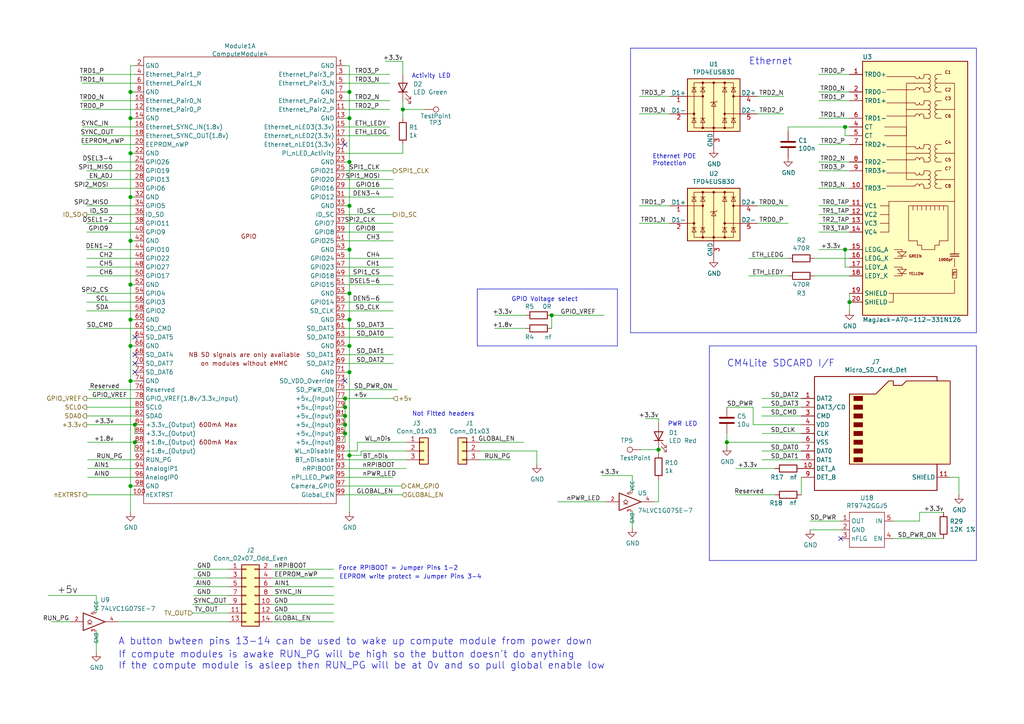
<source format=kicad_sch>
(kicad_sch (version 20210621) (generator eeschema)
  (paper "A4")
  (title_block (title "Astro Compute Module 4 - Eth,GPIO,SDCard") (date "2021-07-27") (rev "1") (company "Andrew Chittams") (comment 1 "https://github.com/chittams/AstroCM4") (comment 2 "www.raspberrypi.org"))
  (junction (at 37.846 26.67) (diameter 1.016))
  (junction (at 37.846 34.29) (diameter 1.016))
  (junction (at 37.846 44.45) (diameter 1.016))
  (junction (at 37.846 57.15) (diameter 1.016))
  (junction (at 37.846 69.85) (diameter 1.016))
  (junction (at 37.846 82.55) (diameter 1.016))
  (junction (at 37.846 92.71) (diameter 1.016))
  (junction (at 37.846 100.33) (diameter 1.016))
  (junction (at 37.846 110.49) (diameter 1.016))
  (junction (at 37.846 140.97) (diameter 1.016))
  (junction (at 39.116 123.19) (diameter 1.016))
  (junction (at 39.116 128.27) (diameter 1.016))
  (junction (at 100.076 115.57) (diameter 1.016))
  (junction (at 100.076 118.11) (diameter 1.016))
  (junction (at 100.076 120.65) (diameter 1.016))
  (junction (at 100.076 123.19) (diameter 1.016))
  (junction (at 100.076 125.73) (diameter 1.016))
  (junction (at 101.346 26.67) (diameter 1.016))
  (junction (at 101.346 34.29) (diameter 1.016))
  (junction (at 101.346 46.99) (diameter 1.016))
  (junction (at 101.346 59.69) (diameter 1.016))
  (junction (at 101.346 72.39) (diameter 1.016))
  (junction (at 101.346 85.09) (diameter 1.016))
  (junction (at 101.346 92.71) (diameter 1.016))
  (junction (at 101.346 100.33) (diameter 1.016))
  (junction (at 101.346 107.95) (diameter 1.016))
  (junction (at 101.346 132.08) (diameter 1.016))
  (junction (at 116.84 31.75) (diameter 1.016))
  (junction (at 160.02 91.44) (diameter 1.016))
  (junction (at 191.008 130.429) (diameter 1.016))
  (junction (at 210.82 128.27) (diameter 1.016))
  (junction (at 245.11 36.83) (diameter 1.016))
  (junction (at 245.11 72.39) (diameter 1.016))
  (junction (at 246.38 87.63) (diameter 1.016))
  (no_connect (at 39.116 97.79))
  (no_connect (at 39.116 102.87))
  (no_connect (at 39.116 105.41))
  (no_connect (at 39.116 107.95))
  (no_connect (at 100.076 41.91))
  (no_connect (at 100.076 110.49))
  (no_connect (at 243.84 156.21))
  (wire (pts (xy 13.97 172.72) (xy 27.94 172.72)))
  (wire (pts (xy 14.986 180.34) (xy 20.32 180.34)))
  (wire (pts (xy 23.876 21.59) (xy 39.116 21.59)))
  (wire (pts (xy 23.876 24.13) (xy 39.116 24.13)))
  (wire (pts (xy 23.876 29.21) (xy 39.116 29.21)))
  (wire (pts (xy 23.876 31.75) (xy 39.116 31.75)))
  (wire (pts (xy 23.876 36.83) (xy 39.116 36.83)))
  (wire (pts (xy 23.876 39.37) (xy 39.116 39.37)))
  (wire (pts (xy 23.876 41.91) (xy 39.116 41.91)))
  (wire (pts (xy 25.146 46.99) (xy 39.116 46.99)))
  (wire (pts (xy 25.146 49.53) (xy 39.116 49.53)))
  (wire (pts (xy 25.146 52.07) (xy 39.116 52.07)))
  (wire (pts (xy 25.146 54.61) (xy 39.116 54.61)))
  (wire (pts (xy 25.146 59.69) (xy 39.116 59.69)))
  (wire (pts (xy 25.146 62.23) (xy 39.116 62.23)))
  (wire (pts (xy 25.146 64.77) (xy 39.116 64.77)))
  (wire (pts (xy 25.146 67.31) (xy 39.116 67.31)))
  (wire (pts (xy 25.146 72.39) (xy 39.116 72.39)))
  (wire (pts (xy 25.146 74.93) (xy 39.116 74.93)))
  (wire (pts (xy 25.146 77.47) (xy 39.116 77.47)))
  (wire (pts (xy 25.146 80.01) (xy 39.116 80.01)))
  (wire (pts (xy 25.146 85.09) (xy 39.116 85.09)))
  (wire (pts (xy 25.146 87.63) (xy 39.116 87.63)))
  (wire (pts (xy 25.146 90.17) (xy 39.116 90.17)))
  (wire (pts (xy 25.146 95.25) (xy 39.116 95.25)))
  (wire (pts (xy 25.146 115.57) (xy 39.116 115.57)))
  (wire (pts (xy 25.146 118.11) (xy 39.116 118.11)))
  (wire (pts (xy 25.146 120.65) (xy 39.116 120.65)))
  (wire (pts (xy 25.146 123.19) (xy 39.116 123.19)))
  (wire (pts (xy 25.146 143.51) (xy 39.116 143.51)))
  (wire (pts (xy 25.4 128.27) (xy 39.116 128.27)))
  (wire (pts (xy 25.4 133.35) (xy 39.116 133.35)))
  (wire (pts (xy 25.4 135.89) (xy 39.116 135.89)))
  (wire (pts (xy 25.4 138.43) (xy 39.116 138.43)))
  (wire (pts (xy 25.6032 113.03) (xy 39.116 113.03)))
  (wire (pts (xy 27.94 172.72) (xy 27.94 177.8)))
  (wire (pts (xy 27.94 182.88) (xy 27.94 189.23)))
  (wire (pts (xy 34.29 180.34) (xy 66.294 180.34)))
  (wire (pts (xy 37.846 19.05) (xy 37.846 26.67)))
  (wire (pts (xy 37.846 26.67) (xy 37.846 34.29)))
  (wire (pts (xy 37.846 34.29) (xy 37.846 44.45)))
  (wire (pts (xy 37.846 44.45) (xy 37.846 57.15)))
  (wire (pts (xy 37.846 44.45) (xy 39.116 44.45)))
  (wire (pts (xy 37.846 57.15) (xy 37.846 69.85)))
  (wire (pts (xy 37.846 57.15) (xy 39.116 57.15)))
  (wire (pts (xy 37.846 69.85) (xy 37.846 82.55)))
  (wire (pts (xy 37.846 69.85) (xy 39.116 69.85)))
  (wire (pts (xy 37.846 82.55) (xy 37.846 92.71)))
  (wire (pts (xy 37.846 82.55) (xy 39.116 82.55)))
  (wire (pts (xy 37.846 92.71) (xy 37.846 100.33)))
  (wire (pts (xy 37.846 92.71) (xy 39.116 92.71)))
  (wire (pts (xy 37.846 100.33) (xy 37.846 110.49)))
  (wire (pts (xy 37.846 100.33) (xy 39.116 100.33)))
  (wire (pts (xy 37.846 110.49) (xy 37.846 140.97)))
  (wire (pts (xy 37.846 110.49) (xy 39.116 110.49)))
  (wire (pts (xy 37.846 140.97) (xy 37.846 148.59)))
  (wire (pts (xy 39.116 19.05) (xy 37.846 19.05)))
  (wire (pts (xy 39.116 26.67) (xy 37.846 26.67)))
  (wire (pts (xy 39.116 34.29) (xy 37.846 34.29)))
  (wire (pts (xy 39.116 125.73) (xy 39.116 123.19)))
  (wire (pts (xy 39.116 128.27) (xy 39.37 128.27)))
  (wire (pts (xy 39.116 130.81) (xy 39.116 128.27)))
  (wire (pts (xy 39.116 140.97) (xy 37.846 140.97)))
  (wire (pts (xy 55.88 175.26) (xy 66.294 175.26)))
  (wire (pts (xy 55.88 177.8) (xy 66.294 177.8)))
  (wire (pts (xy 56.134 165.1) (xy 66.294 165.1)))
  (wire (pts (xy 56.134 167.64) (xy 66.294 167.64)))
  (wire (pts (xy 56.134 170.18) (xy 66.294 170.18)))
  (wire (pts (xy 56.134 172.72) (xy 66.294 172.72)))
  (wire (pts (xy 78.994 165.1) (xy 96.774 165.1)))
  (wire (pts (xy 78.994 167.64) (xy 96.774 167.64)))
  (wire (pts (xy 78.994 170.18) (xy 96.774 170.18)))
  (wire (pts (xy 78.994 172.72) (xy 96.774 172.72)))
  (wire (pts (xy 78.994 175.26) (xy 96.774 175.26)))
  (wire (pts (xy 78.994 177.8) (xy 96.774 177.8)))
  (wire (pts (xy 78.994 180.34) (xy 96.774 180.34)))
  (wire (pts (xy 100.076 19.05) (xy 101.346 19.05)))
  (wire (pts (xy 100.076 21.59) (xy 113.03 21.59)))
  (wire (pts (xy 100.076 24.13) (xy 113.03 24.13)))
  (wire (pts (xy 100.076 26.67) (xy 101.346 26.67)))
  (wire (pts (xy 100.076 29.21) (xy 113.03 29.21)))
  (wire (pts (xy 100.076 31.75) (xy 113.03 31.75)))
  (wire (pts (xy 100.076 34.29) (xy 101.346 34.29)))
  (wire (pts (xy 100.076 36.83) (xy 113.03 36.83)))
  (wire (pts (xy 100.076 39.37) (xy 113.03 39.37)))
  (wire (pts (xy 100.076 44.45) (xy 116.84 44.45)))
  (wire (pts (xy 100.076 46.99) (xy 101.346 46.99)))
  (wire (pts (xy 100.076 49.53) (xy 114.046 49.53)))
  (wire (pts (xy 100.076 52.07) (xy 114.046 52.07)))
  (wire (pts (xy 100.076 54.61) (xy 114.046 54.61)))
  (wire (pts (xy 100.076 57.15) (xy 114.046 57.15)))
  (wire (pts (xy 100.076 59.69) (xy 101.346 59.69)))
  (wire (pts (xy 100.076 62.23) (xy 114.046 62.23)))
  (wire (pts (xy 100.076 64.77) (xy 114.046 64.77)))
  (wire (pts (xy 100.076 67.31) (xy 114.046 67.31)))
  (wire (pts (xy 100.076 69.85) (xy 114.046 69.85)))
  (wire (pts (xy 100.076 72.39) (xy 101.346 72.39)))
  (wire (pts (xy 100.076 74.93) (xy 114.046 74.93)))
  (wire (pts (xy 100.076 77.47) (xy 114.046 77.47)))
  (wire (pts (xy 100.076 80.01) (xy 114.046 80.01)))
  (wire (pts (xy 100.076 82.55) (xy 114.046 82.55)))
  (wire (pts (xy 100.076 85.09) (xy 101.346 85.09)))
  (wire (pts (xy 100.076 87.63) (xy 114.046 87.63)))
  (wire (pts (xy 100.076 92.71) (xy 101.346 92.71)))
  (wire (pts (xy 100.076 97.79) (xy 114.046 97.79)))
  (wire (pts (xy 100.076 100.33) (xy 101.346 100.33)))
  (wire (pts (xy 100.076 105.41) (xy 114.046 105.41)))
  (wire (pts (xy 100.076 107.95) (xy 101.346 107.95)))
  (wire (pts (xy 100.076 113.03) (xy 115.316 113.03)))
  (wire (pts (xy 100.076 115.57) (xy 100.076 118.11)))
  (wire (pts (xy 100.076 115.57) (xy 114.046 115.57)))
  (wire (pts (xy 100.076 118.11) (xy 100.076 120.65)))
  (wire (pts (xy 100.076 120.65) (xy 100.076 123.19)))
  (wire (pts (xy 100.076 123.19) (xy 100.076 125.73)))
  (wire (pts (xy 100.076 125.73) (xy 100.076 128.27)))
  (wire (pts (xy 100.076 130.81) (xy 103.632 130.81)))
  (wire (pts (xy 100.076 133.35) (xy 117.856 133.35)))
  (wire (pts (xy 100.076 135.89) (xy 117.856 135.89)))
  (wire (pts (xy 100.076 138.43) (xy 114.046 138.43)))
  (wire (pts (xy 100.076 140.97) (xy 116.586 140.97)))
  (wire (pts (xy 100.076 143.51) (xy 116.586 143.51)))
  (wire (pts (xy 101.346 19.05) (xy 101.346 26.67)))
  (wire (pts (xy 101.346 26.67) (xy 101.346 34.29)))
  (wire (pts (xy 101.346 34.29) (xy 101.346 46.99)))
  (wire (pts (xy 101.346 46.99) (xy 101.346 59.69)))
  (wire (pts (xy 101.346 59.69) (xy 101.346 72.39)))
  (wire (pts (xy 101.346 72.39) (xy 101.346 85.09)))
  (wire (pts (xy 101.346 85.09) (xy 101.346 92.71)))
  (wire (pts (xy 101.346 92.71) (xy 101.346 100.33)))
  (wire (pts (xy 101.346 100.33) (xy 101.346 107.95)))
  (wire (pts (xy 101.346 107.95) (xy 101.346 132.08)))
  (wire (pts (xy 101.346 132.08) (xy 101.346 148.59)))
  (wire (pts (xy 101.346 132.08) (xy 104.7242 132.08)))
  (wire (pts (xy 103.632 128.27) (xy 117.856 128.27)))
  (wire (pts (xy 103.632 130.81) (xy 103.632 128.27)))
  (wire (pts (xy 104.7242 130.81) (xy 117.856 130.81)))
  (wire (pts (xy 104.7242 132.08) (xy 104.7242 130.81)))
  (wire (pts (xy 111.76 17.78) (xy 116.84 17.78)))
  (wire (pts (xy 114.046 90.17) (xy 100.076 90.17)))
  (wire (pts (xy 114.046 95.25) (xy 100.076 95.25)))
  (wire (pts (xy 114.046 102.87) (xy 100.076 102.87)))
  (wire (pts (xy 116.84 21.59) (xy 116.84 17.78)))
  (wire (pts (xy 116.84 31.75) (xy 116.84 29.21)))
  (wire (pts (xy 116.84 34.29) (xy 116.84 31.75)))
  (wire (pts (xy 116.84 44.45) (xy 116.84 41.91)))
  (wire (pts (xy 123.19 31.75) (xy 116.84 31.75)))
  (wire (pts (xy 139.192 128.27) (xy 151.892 128.27)))
  (wire (pts (xy 139.192 130.81) (xy 155.702 130.81)))
  (wire (pts (xy 139.192 133.35) (xy 148.082 133.35)))
  (wire (pts (xy 143.51 91.44) (xy 152.4 91.44)))
  (wire (pts (xy 143.51 95.25) (xy 152.4 95.25)))
  (wire (pts (xy 155.702 130.81) (xy 155.702 134.62)))
  (wire (pts (xy 160.02 91.44) (xy 160.02 95.25)))
  (wire (pts (xy 160.02 91.44) (xy 175.26 91.44)))
  (wire (pts (xy 161.798 145.542) (xy 175.768 145.542)))
  (wire (pts (xy 183.388 137.922) (xy 174.498 137.922)))
  (wire (pts (xy 183.388 143.002) (xy 183.388 137.922)))
  (wire (pts (xy 183.388 148.082) (xy 183.388 153.162)))
  (wire (pts (xy 185.42 27.94) (xy 194.31 27.94)))
  (wire (pts (xy 185.42 33.02) (xy 194.31 33.02)))
  (wire (pts (xy 185.42 59.69) (xy 194.31 59.69)))
  (wire (pts (xy 186.0042 130.429) (xy 191.008 130.429)))
  (wire (pts (xy 191.008 121.412) (xy 187.198 121.412)))
  (wire (pts (xy 191.008 122.682) (xy 191.008 121.412)))
  (wire (pts (xy 191.008 130.302) (xy 191.008 130.429)))
  (wire (pts (xy 191.008 130.429) (xy 191.008 131.572)))
  (wire (pts (xy 191.008 139.192) (xy 191.008 145.542)))
  (wire (pts (xy 191.008 145.542) (xy 189.738 145.542)))
  (wire (pts (xy 194.31 64.77) (xy 185.42 64.77)))
  (wire (pts (xy 210.82 118.11) (xy 218.44 118.11)))
  (wire (pts (xy 210.82 125.73) (xy 210.82 128.27)))
  (wire (pts (xy 210.82 128.27) (xy 210.82 129.54)))
  (wire (pts (xy 210.82 128.27) (xy 232.41 128.27)))
  (wire (pts (xy 213.36 135.89) (xy 224.79 135.89)))
  (wire (pts (xy 213.36 143.51) (xy 224.79 143.51)))
  (wire (pts (xy 217.17 74.93) (xy 228.6 74.93)))
  (wire (pts (xy 217.17 80.01) (xy 228.6 80.01)))
  (wire (pts (xy 218.44 123.19) (xy 218.44 118.11)))
  (wire (pts (xy 219.71 27.94) (xy 227.33 27.94)))
  (wire (pts (xy 219.71 33.02) (xy 227.33 33.02)))
  (wire (pts (xy 219.71 59.69) (xy 228.6 59.69)))
  (wire (pts (xy 219.71 64.77) (xy 228.6 64.77)))
  (wire (pts (xy 220.98 115.57) (xy 232.41 115.57)))
  (wire (pts (xy 220.98 120.65) (xy 232.41 120.65)))
  (wire (pts (xy 220.98 130.81) (xy 232.41 130.81)))
  (wire (pts (xy 228.6 36.83) (xy 245.11 36.83)))
  (wire (pts (xy 228.6 38.1) (xy 228.6 36.83)))
  (wire (pts (xy 232.41 118.11) (xy 220.98 118.11)))
  (wire (pts (xy 232.41 123.19) (xy 218.44 123.19)))
  (wire (pts (xy 232.41 125.73) (xy 220.98 125.73)))
  (wire (pts (xy 232.41 133.35) (xy 220.98 133.35)))
  (wire (pts (xy 232.41 138.43) (xy 232.41 143.51)))
  (wire (pts (xy 236.22 74.93) (xy 246.38 74.93)))
  (wire (pts (xy 236.22 80.01) (xy 246.38 80.01)))
  (wire (pts (xy 237.49 21.59) (xy 246.38 21.59)))
  (wire (pts (xy 237.49 26.67) (xy 246.38 26.67)))
  (wire (pts (xy 237.49 29.21) (xy 246.38 29.21)))
  (wire (pts (xy 237.49 34.29) (xy 246.38 34.29)))
  (wire (pts (xy 237.49 41.91) (xy 246.38 41.91)))
  (wire (pts (xy 237.49 46.99) (xy 246.38 46.99)))
  (wire (pts (xy 237.49 49.53) (xy 246.38 49.53)))
  (wire (pts (xy 237.49 54.61) (xy 246.38 54.61)))
  (wire (pts (xy 237.49 59.69) (xy 246.38 59.69)))
  (wire (pts (xy 237.49 62.23) (xy 246.38 62.23)))
  (wire (pts (xy 237.49 64.77) (xy 246.38 64.77)))
  (wire (pts (xy 237.49 67.31) (xy 246.38 67.31)))
  (wire (pts (xy 237.49 72.39) (xy 245.11 72.39)))
  (wire (pts (xy 243.84 151.13) (xy 234.95 151.13)))
  (wire (pts (xy 243.84 153.67) (xy 234.95 153.67)))
  (wire (pts (xy 245.11 39.37) (xy 245.11 36.83)))
  (wire (pts (xy 245.11 72.39) (xy 246.38 72.39)))
  (wire (pts (xy 245.11 77.47) (xy 245.11 72.39)))
  (wire (pts (xy 246.38 36.83) (xy 245.11 36.83)))
  (wire (pts (xy 246.38 39.37) (xy 245.11 39.37)))
  (wire (pts (xy 246.38 77.47) (xy 245.11 77.47)))
  (wire (pts (xy 246.38 85.09) (xy 246.38 87.63)))
  (wire (pts (xy 246.38 87.63) (xy 246.38 90.17)))
  (wire (pts (xy 259.08 151.13) (xy 266.7 151.13)))
  (wire (pts (xy 259.08 156.21) (xy 273.685 156.21)))
  (wire (pts (xy 266.7 148.59) (xy 266.7 151.13)))
  (wire (pts (xy 273.685 148.59) (xy 266.7 148.59)))
  (wire (pts (xy 275.59 138.43) (xy 278.13 138.43)))
  (wire (pts (xy 278.13 138.43) (xy 278.13 143.51)))
  (polyline (pts (xy 138.43 100.33) (xy 138.43 83.82)) (stroke (width 0) (type solid)))
  (polyline (pts (xy 138.43 100.33) (xy 139.7 100.33)) (stroke (width 0) (type solid)))
  (polyline (pts (xy 139.7 83.82) (xy 138.43 83.82)) (stroke (width 0) (type solid)))
  (polyline (pts (xy 139.7 83.82) (xy 179.07 83.82)) (stroke (width 0) (type solid)))
  (polyline (pts (xy 179.07 83.82) (xy 179.07 100.33)) (stroke (width 0) (type solid)))
  (polyline (pts (xy 179.07 100.33) (xy 139.7 100.33)) (stroke (width 0) (type solid)))
  (polyline (pts (xy 182.88 13.97) (xy 283.21 13.97)) (stroke (width 0) (type solid)))
  (polyline (pts (xy 182.88 96.52) (xy 182.88 13.97)) (stroke (width 0) (type solid)))
  (polyline (pts (xy 205.74 100.33) (xy 283.21 100.33)) (stroke (width 0) (type solid)))
  (polyline (pts (xy 205.74 162.56) (xy 205.74 100.33)) (stroke (width 0) (type solid)))
  (polyline (pts (xy 283.21 13.97) (xy 283.21 96.52)) (stroke (width 0) (type solid)))
  (polyline (pts (xy 283.21 96.52) (xy 182.88 96.52)) (stroke (width 0) (type solid)))
  (polyline (pts (xy 283.21 100.33) (xy 283.21 162.56)) (stroke (width 0) (type solid)))
  (polyline (pts (xy 283.21 162.56) (xy 205.74 162.56)) (stroke (width 0) (type solid)))
  (text "A button bwteen pins 13-14 can be used to wake up compute module from power down\n\n" (at 34.29 190.5 0) (effects (font (size 2.007 2.007)) (justify left bottom)))
  (text "If compute modules is awake RUN_PG will be high so the button doesn't do anything\nIf the compute module is asleep then RUN_PG will be at 0v and so pull global enable low" (at 34.29 194.31 0) (effects (font (size 2.007 2.007)) (justify left bottom)))
  (text "Activity LED" (at 119.38 22.86 0) (effects (font (size 1.27 1.27)) (justify left bottom)))
  (text "Force RPIBOOT = Jumper Pins 1-2 \n" (at 133.858 165.608 180) (effects (font (size 1.27 1.27)) (justify right bottom)))
  (text "Not Fitted headers" (at 137.668 120.904 180) (effects (font (size 1.27 1.27)) (justify right bottom)))
  (text "EEPROM write protect = Jumper Pins 3-4\n\n" (at 139.7 170.18 180) (effects (font (size 1.27 1.27)) (justify right bottom)))
  (text "GPIO Voltage select\n" (at 167.64 87.63 180) (effects (font (size 1.27 1.27)) (justify right bottom)))
  (text "Ethernet POE\nProtection" (at 189.23 48.26 0) (effects (font (size 1.27 1.27)) (justify left bottom)))
  (text "PWR LED" (at 193.675 123.825 0) (effects (font (size 1.27 1.27)) (justify left bottom)))
  (text "CM4Lite SDCARD I/F" (at 210.82 106.68 0) (effects (font (size 2.007 2.007)) (justify left bottom)))
  (text "Ethernet" (at 217.17 19.05 0) (effects (font (size 2.0066 2.0066)) (justify left bottom)))
  (label "+5v" (at 16.51 172.72 0) (effects (font (size 2.0066 2.0066))))
  (label "RUN_PG" (at 20.066 180.34 180))
  (label "GPIO_VREF" (at 26.67 115.57 0))
  (label "TRD1_P" (at 30.226 21.59 180))
  (label "TRD1_N" (at 30.226 24.13 180))
  (label "TRD0_N" (at 30.226 29.21 180))
  (label "TRD0_P" (at 30.226 31.75 180))
  (label "SYNC_IN" (at 31.496 36.83 180))
  (label "SPI2_MOSI" (at 31.496 54.61 180))
  (label "SPI2_MISO" (at 31.496 59.69 180))
  (label "ID_SD" (at 31.496 62.23 180))
  (label "GPIO9" (at 31.496 67.31 180))
  (label "SPI2_CS" (at 31.496 85.09 180))
  (label "SCL" (at 31.496 87.63 180))
  (label "SDA" (at 31.496 90.17 180))
  (label "AIN1" (at 31.75 135.89 180))
  (label "AIN0" (at 31.75 138.43 180))
  (label "DSEL3-4" (at 32.766 46.99 180))
  (label "SPI1_MISO" (at 32.766 49.53 180))
  (label "EN_ADJ" (at 32.766 52.07 180))
  (label "DSEL1-2" (at 32.766 64.77 180))
  (label "DEN1-2" (at 32.766 72.39 180))
  (label "CH2" (at 32.766 74.93 180))
  (label "CH5" (at 32.766 77.47 180))
  (label "CH6" (at 32.766 80.01 180))
  (label "SD_CMD" (at 32.766 95.25 180))
  (label "SYNC_OUT" (at 33.02 39.37 180))
  (label "+3.3v" (at 33.02 123.19 180))
  (label "+1.8v" (at 33.02 128.27 180))
  (label "Reserved" (at 34.671 113.03 180))
  (label "RUN_PG" (at 35.56 133.35 180))
  (label "EEPROM_nWP" (at 36.068 41.91 180))
  (label "GND" (at 61.214 165.1 180))
  (label "GND" (at 61.214 167.64 180))
  (label "AIN0" (at 61.214 170.18 180))
  (label "GND" (at 61.214 172.72 180))
  (label "TV_OUT" (at 63.246 177.8 180))
  (label "SYNC_OUT" (at 65.786 175.26 180))
  (label "GND" (at 83.566 175.26 180))
  (label "GND" (at 83.566 177.8 180))
  (label "AIN1" (at 84.074 170.18 180))
  (label "SYNC_IN" (at 87.63 172.72 180))
  (label "nRPIBOOT" (at 88.9 165.1 180))
  (label "GLOBAL_EN" (at 90.17 180.34 180))
  (label "EEPROM_nWP" (at 92.202 167.64 180))
  (label "SD_PWR_ON" (at 102.616 113.03 0))
  (label "TRD3_P" (at 102.87 21.59 0))
  (label "TRD3_N" (at 102.87 24.13 0))
  (label "TRD2_N" (at 102.87 29.21 0))
  (label "TRD2_P" (at 102.87 31.75 0))
  (label "ETH_LEDY" (at 102.87 36.83 0))
  (label "ETH_LEDG" (at 102.87 39.37 0))
  (label "nPWR_LED" (at 105.156 138.43 0))
  (label "+5v" (at 106.426 115.57 180))
  (label "ID_SC" (at 108.966 62.23 180))
  (label "SPI2_CLK" (at 108.966 64.77 180))
  (label "GPIO8" (at 108.966 67.31 180))
  (label "SPI1_CLK" (at 110.236 49.53 180))
  (label "SPI1_MOSI" (at 110.236 52.07 180))
  (label "GPIO16" (at 110.236 54.61 180))
  (label "DEN3-4" (at 110.236 57.15 180))
  (label "CH3" (at 110.236 69.85 180))
  (label "CH4" (at 110.236 74.93 180))
  (label "CH1" (at 110.236 77.47 180))
  (label "SPI1_CS" (at 110.236 80.01 180))
  (label "DSEL5-6" (at 110.236 82.55 180))
  (label "DEN5-6" (at 110.236 87.63 180))
  (label "SD_CLK" (at 110.236 90.17 180))
  (label "SD_DAT3" (at 111.506 95.25 180))
  (label "SD_DAT0" (at 111.506 97.79 180))
  (label "SD_DAT1" (at 111.506 102.87 180))
  (label "SD_DAT2" (at 111.506 105.41 180))
  (label "BT_nDis" (at 112.6236 133.35 180))
  (label "WL_nDis" (at 113.411 128.27 180))
  (label "GLOBAL_EN" (at 114.046 143.51 180))
  (label "nRPIBOOT" (at 114.5032 135.89 180))
  (label "+3.3v" (at 116.84 17.78 180))
  (label "RUN_PG" (at 148.082 133.35 180))
  (label "+3.3v" (at 148.59 91.44 180))
  (label "+1.8v" (at 148.59 95.25 180))
  (label "GLOBAL_EN" (at 149.352 128.27 180))
  (label "GPIO_VREF" (at 162.56 91.44 0))
  (label "nPWR_LED" (at 164.338 145.542 0))
  (label "+3.3v" (at 179.578 137.922 180))
  (label "+3.3v" (at 191.008 121.412 180))
  (label "TRD3_P" (at 193.04 27.94 180))
  (label "TRD3_N" (at 193.04 33.02 180))
  (label "TRD1_P" (at 193.04 59.69 180))
  (label "TRD1_N" (at 193.04 64.77 180))
  (label "SD_PWR" (at 210.82 118.11 0))
  (label "+3.3v" (at 219.71 135.89 180))
  (label "Reserved" (at 221.615 143.51 180))
  (label "SD_DAT2" (at 223.52 115.57 0))
  (label "SD_DAT3" (at 223.52 118.11 0))
  (label "SD_CMD" (at 223.52 120.65 0))
  (label "SD_CLK" (at 223.52 125.73 0))
  (label "SD_DAT0" (at 223.52 130.81 0))
  (label "SD_DAT1" (at 223.52 133.35 0))
  (label "TRD2_N" (at 227.33 27.94 180))
  (label "TRD2_P" (at 227.33 33.02 180))
  (label "TRD0_N" (at 227.33 59.69 180))
  (label "TRD0_P" (at 227.33 64.77 180))
  (label "ETH_LEDG" (at 227.33 74.93 180))
  (label "ETH_LEDY" (at 227.33 80.01 180))
  (label "SD_PWR" (at 234.95 151.13 0))
  (label "+3.3v" (at 243.84 72.39 180))
  (label "TRD0_P" (at 245.11 21.59 180))
  (label "TRD0_N" (at 245.11 26.67 180))
  (label "TRD1_P" (at 245.11 29.21 180))
  (label "TRD1_N" (at 245.11 34.29 180))
  (label "TRD2_P" (at 245.11 41.91 180))
  (label "TRD2_N" (at 245.11 46.99 180))
  (label "TRD3_P" (at 245.11 49.53 180))
  (label "TRD3_N" (at 245.11 54.61 180))
  (label "TR0_TAP" (at 246.38 59.69 180))
  (label "TR1_TAP" (at 246.38 62.23 180))
  (label "TR2_TAP" (at 246.38 64.77 180))
  (label "TR3_TAP" (at 246.38 67.31 180))
  (label "SD_PWR_ON" (at 260.35 156.21 0))
  (label "+3.3v" (at 273.685 148.59 180))
  (hierarchical_label "ID_SD" (shape output) (at 25.146 62.23 180))
  (hierarchical_label "GPIO_VREF" (shape output) (at 25.146 115.57 180))
  (hierarchical_label "SCL0" (shape output) (at 25.146 118.11 180))
  (hierarchical_label "SDA0" (shape output) (at 25.146 120.65 180))
  (hierarchical_label "+3.3v" (shape output) (at 25.146 123.19 180))
  (hierarchical_label "nEXTRST" (shape output) (at 25.146 143.51 180))
  (hierarchical_label "TV_OUT" (shape input) (at 55.88 177.8 180))
  (hierarchical_label "SPI1_CLK" (shape output) (at 114.046 49.53 0))
  (hierarchical_label "ID_SC" (shape output) (at 114.046 62.23 0))
  (hierarchical_label "+5v" (shape input) (at 114.046 115.57 0))
  (hierarchical_label "CAM_GPIO" (shape output) (at 116.586 140.97 0))
  (hierarchical_label "GLOBAL_EN" (shape input) (at 116.586 143.51 0))
  (symbol (lib_id "Connector:TestPoint") (at 123.19 31.75 270) (unit 1)
    (property "Reference" "TP3" (at 124.46 35.56 90) (effects (justify left)))
    (property "Value" "TestPoint" (at 121.92 33.655 90) (effects (justify left)))
    (property "Footprint" "TestPoint:TestPoint_Pad_2.0x2.0mm" (effects hide))
    (property "Field4" "nf" (effects hide))
    (property "Field5" "nf" (effects hide))
    (property "Field6" "nf" (effects hide))
    (property "Field7" "nf" (effects hide))
  )
  (symbol (lib_id "Connector:TestPoint") (at 186.0042 130.429 90) (unit 1)
    (property "Reference" "TP5" (at 183.642 127.762 90) (effects (justify left)))
    (property "Value" "TestPoint" (at 188.722 132.842 90) (effects (justify left)))
    (property "Footprint" "TestPoint:TestPoint_Pad_2.0x2.0mm" (effects hide))
    (property "Field4" "nf" (effects hide))
    (property "Field5" "nf" (effects hide))
    (property "Field6" "nf" (effects hide))
    (property "Field7" "nf" (effects hide))
  )
  (symbol (lib_id "power:GND") (at 27.94 189.23 0) (unit 1)
    (property "Reference" "#PWR027" (effects hide))
    (property "Value" "GND" (at 28.067 193.6242 0))
  )
  (symbol (lib_id "power:GND") (at 37.846 148.59 0) (unit 1)
    (property "Reference" "#PWR0104" (effects hide))
    (property "Value" "GND" (at 37.973 152.9842 0))
  )
  (symbol (lib_id "power:GND") (at 101.346 148.59 0) (unit 1)
    (property "Reference" "#PWR0105" (effects hide))
    (property "Value" "GND" (at 101.473 152.9842 0))
  )
  (symbol (lib_id "power:GND") (at 155.702 134.62 0) (unit 1)
    (property "Reference" "#PWR0106" (effects hide))
    (property "Value" "GND" (at 155.829 139.0142 0))
  )
  (symbol (lib_id "power:GND") (at 183.388 153.162 0) (unit 1)
    (property "Reference" "#PWR05" (effects hide))
    (property "Value" "GND" (at 183.515 157.5562 0))
  )
  (symbol (lib_id "power:GND") (at 207.01 43.18 0) (unit 1)
    (property "Reference" "#PWR0111" (effects hide))
    (property "Value" "GND" (at 207.137 47.5742 0))
  )
  (symbol (lib_id "power:GND") (at 207.01 74.93 0) (unit 1)
    (property "Reference" "#PWR0110" (effects hide))
    (property "Value" "GND" (at 207.137 79.3242 0))
  )
  (symbol (lib_id "power:GND") (at 210.82 129.54 0) (unit 1)
    (property "Reference" "#PWR0107" (effects hide))
    (property "Value" "GND" (at 210.947 133.9342 0))
  )
  (symbol (lib_id "power:GND") (at 228.6 45.72 0) (unit 1)
    (property "Reference" "#PWR0101" (effects hide))
    (property "Value" "GND" (at 228.727 50.1142 0))
  )
  (symbol (lib_id "power:GND") (at 234.95 153.67 0) (unit 1)
    (property "Reference" "#PWR0113" (effects hide))
    (property "Value" "GND" (at 235.077 158.0642 0))
  )
  (symbol (lib_id "power:GND") (at 246.38 90.17 0) (unit 1)
    (property "Reference" "#PWR0109" (effects hide))
    (property "Value" "GND" (at 246.507 94.5642 0))
  )
  (symbol (lib_id "power:GND") (at 278.13 143.51 0) (unit 1)
    (property "Reference" "#PWR0108" (effects hide))
    (property "Value" "GND" (at 278.257 147.9042 0))
  )
  (symbol (lib_id "Device:R") (at 116.84 38.1 0) (unit 1)
    (property "Reference" "R1" (at 118.618 36.9316 0) (effects (justify left)))
    (property "Value" "1k" (at 118.618 39.243 0) (effects (justify left)))
    (property "Footprint" "Resistor_SMD:R_0402_1005Metric" (effects hide))
    (property "Datasheet" "https://fscdn.rohm.com/en/products/databook/datasheet/passive/resistor/chip_resistor/mcr-e.pdf" (effects hide))
    (property "Field4" "Farnell" (effects hide))
    (property "Field5" "9239235" (effects hide))
    (property "Field7" "KOA EUROPE GMBH" (effects hide))
    (property "Field6" "RK73H1ETTP1001F" (effects hide))
    (property "Part Description" "Resistor 1K M1005 1% 63mW" (effects hide))
    (property "Field8" "125049511" (effects hide))
  )
  (symbol (lib_id "Device:R") (at 156.21 91.44 90) (unit 1)
    (property "Reference" "R5" (at 154.94 88.9 90) (effects (justify left)))
    (property "Value" "0R" (at 160.02 88.9 90) (effects (justify left)))
    (property "Footprint" "Resistor_SMD:R_0805_2012Metric_Pad1.15x1.40mm_HandSolder" (effects hide))
    (property "Datasheet" "https://fscdn.rohm.com/en/products/databook/datasheet/passive/resistor/chip_resistor/mcr-e.pdf" (effects hide))
    (property "Field4" "Farnell" (effects hide))
    (property "Field5" "9233750" (effects hide))
    (property "Field7" "Rohm" (effects hide))
    (property "Field6" "MCR10EZPJ000" (effects hide))
    (property "Part Description" "Resistor 0R M2012 5% " (effects hide))
    (property "Field8" "121629591" (effects hide))
  )
  (symbol (lib_id "Device:R") (at 156.21 95.25 90) (unit 1)
    (property "Reference" "R4" (at 154.94 97.79 90) (effects (justify left)))
    (property "Value" "nf" (at 160.02 97.79 90) (effects (justify left)))
    (property "Footprint" "Resistor_SMD:R_0805_2012Metric_Pad1.15x1.40mm_HandSolder" (effects hide))
    (property "Datasheet" "https://fscdn.rohm.com/en/products/databook/datasheet/passive/resistor/chip_resistor/mcr-e.pdf" (effects hide))
    (property "Field4" "nf" (effects hide))
    (property "Field5" "nf" (effects hide))
    (property "Field6" "nf" (effects hide))
  )
  (symbol (lib_id "Device:R") (at 191.008 135.382 0) (unit 1)
    (property "Reference" "R10" (at 192.786 134.2136 0) (effects (justify left)))
    (property "Value" "1k" (at 192.786 136.525 0) (effects (justify left)))
    (property "Footprint" "Resistor_SMD:R_0402_1005Metric" (effects hide))
    (property "Datasheet" "https://fscdn.rohm.com/en/products/databook/datasheet/passive/resistor/chip_resistor/mcr-e.pdf" (effects hide))
    (property "Field4" "Farnell" (effects hide))
    (property "Field5" "9239235" (effects hide))
    (property "Field7" "KOA EUROPE GMBH" (effects hide))
    (property "Field6" "RK73H1ETTP1001F" (effects hide))
    (property "Part Description" "Resistor 1K M1005 1% 63mW" (effects hide))
    (property "Field8" "125049511" (effects hide))
  )
  (symbol (lib_id "Device:R") (at 228.6 135.89 90) (unit 1)
    (property "Reference" "R17" (at 227.33 138.43 90) (effects (justify left)))
    (property "Value" "nf" (at 231.14 138.43 90) (effects (justify left)))
    (property "Footprint" "Resistor_SMD:R_0402_1005Metric" (effects hide))
    (property "Datasheet" "https://fscdn.rohm.com/en/products/databook/datasheet/passive/resistor/chip_resistor/mcr-e.pdf" (effects hide))
    (property "Field4" "Farnell" (effects hide))
    (property "Field5" "9239235" (effects hide))
    (property "Field7" "KOA EUROPE GMBH" (effects hide))
    (property "Field6" "RK73H1ETTP1001F" (effects hide))
    (property "Part Description" "Resistor 1K M1005 1% 63mW" (effects hide))
    (property "Field8" "125049511" (effects hide))
  )
  (symbol (lib_id "Device:R") (at 228.6 143.51 90) (unit 1)
    (property "Reference" "R18" (at 227.0506 145.8976 90) (effects (justify left)))
    (property "Value" "nf" (at 231.0638 145.8468 90) (effects (justify left)))
    (property "Footprint" "Resistor_SMD:R_0402_1005Metric" (effects hide))
    (property "Datasheet" "https://fscdn.rohm.com/en/products/databook/datasheet/passive/resistor/chip_resistor/mcr-e.pdf" (effects hide))
    (property "Field4" "Farnell" (effects hide))
    (property "Field5" "9239235" (effects hide))
    (property "Field7" "KOA EUROPE GMBH" (effects hide))
    (property "Field6" "RK73H1ETTP1001F" (effects hide))
    (property "Part Description" "Resistor 1K M1005 1% 63mW" (effects hide))
    (property "Field8" "125049511" (effects hide))
  )
  (symbol (lib_id "Device:R") (at 232.41 74.93 270) (unit 1)
    (property "Reference" "R2" (at 232.41 69.6722 90))
    (property "Value" "470R" (at 232.41 71.9836 90))
    (property "Footprint" "Resistor_SMD:R_0402_1005Metric" (effects hide))
    (property "Datasheet" "https://fscdn.rohm.com/en/products/databook/datasheet/passive/resistor/chip_resistor/mcr-e.pdf" (effects hide))
    (property "Field4" "Farnell" (effects hide))
    (property "Field5" "9239197" (effects hide))
    (property "Field7" "KOA EUROPE GMBH" (effects hide))
    (property "Field6" "RK73G1ETQTP4700D         " (effects hide))
    (property "Field8" "120887981" (effects hide))
    (property "Part Description" "Resistor 470R M1005 1% 63mW" (effects hide))
  )
  (symbol (lib_id "Device:R") (at 232.41 80.01 270) (unit 1)
    (property "Reference" "R3" (at 232.41 85.09 90))
    (property "Value" "470R" (at 232.41 82.55 90))
    (property "Footprint" "Resistor_SMD:R_0402_1005Metric" (effects hide))
    (property "Datasheet" "https://fscdn.rohm.com/en/products/databook/datasheet/passive/resistor/chip_resistor/mcr-e.pdf" (effects hide))
    (property "Field4" "Farnell" (effects hide))
    (property "Field5" "9239197" (effects hide))
    (property "Field7" "KOA EUROPE GMBH" (effects hide))
    (property "Field6" "RK73G1ETQTP4700D         " (effects hide))
    (property "Field8" "120887981" (effects hide))
    (property "Part Description" "Resistor 470R M1005 1% 63mW" (effects hide))
  )
  (symbol (lib_id "Device:R") (at 273.685 152.4 0) (unit 1)
    (property "Reference" "R29" (at 275.463 151.2316 0) (effects (justify left)))
    (property "Value" "12K 1%" (at 275.463 153.543 0) (effects (justify left)))
    (property "Footprint" "Resistor_SMD:R_0402_1005Metric" (effects hide))
    (property "Datasheet" "https://fscdn.rohm.com/en/products/databook/datasheet/passive/resistor/chip_resistor/mcr-e.pdf" (effects hide))
    (property "Field4" "Farnell" (effects hide))
    (property "Field5" "9239367" (effects hide))
    (property "Field7" "Rohm" (effects hide))
    (property "Field6" "MCR01MZPF1202" (effects hide))
    (property "Part Description" "Resistor 12K M1005 1% 63mW" (effects hide))
  )
  (symbol (lib_id "Device:LED") (at 116.84 25.4 90) (unit 1)
    (property "Reference" "D2" (at 119.8118 24.4094 90) (effects (justify right)))
    (property "Value" "LED Green" (at 119.8118 26.7208 90) (effects (justify right)))
    (property "Footprint" "LED_SMD:LED_0603_1608Metric" (effects hide))
    (property "Datasheet" "http://optoelectronics.liteon.com/upload/download/DS22-2000-226/LTST-S270KGKT.pdf" (effects hide))
    (property "Field4" "Digikey " (effects hide))
    (property "Field5" "LTST-S270KGKT" (effects hide))
    (property "Field6" "SML-A12M8TT86N" (effects hide))
    (property "Field7" "Rohm" (effects hide))
    (property "Field8" "650263301" (effects hide))
    (property "Part Description" "	Green 572nm LED Indication - Discrete 2.2V 2-SMD, No Lead" (effects hide))
  )
  (symbol (lib_id "Device:LED") (at 191.008 126.492 90) (unit 1)
    (property "Reference" "D1" (at 193.9798 125.5014 90) (effects (justify right)))
    (property "Value" "LED Red" (at 193.9798 127.8128 90) (effects (justify right)))
    (property "Footprint" "LED_SMD:LED_0603_1608Metric" (effects hide))
    (property "Datasheet" "http://optoelectronics.liteon.com/upload/download/DS22-2000-210/LTST-S270KRKT.pdf" (effects hide))
    (property "Field4" "Digikey " (effects hide))
    (property "Field5" "	LTST-S270KRKT" (effects hide))
    (property "Field6" "SML-A12U8TT86Q" (effects hide))
    (property "Field7" "Rohm" (effects hide))
    (property "Field8" "650295101" (effects hide))
    (property "Part Description" "	Red 620nm LED Indication - Discrete 2.2V 2-SMD, No Lead" (effects hide))
  )
  (symbol (lib_id "Device:C") (at 210.82 121.92 0) (unit 1)
    (property "Reference" "C5" (at 213.741 120.7516 0) (effects (justify left)))
    (property "Value" "10u" (at 213.741 123.063 0) (effects (justify left)))
    (property "Footprint" "Capacitor_SMD:C_0805_2012Metric" (effects hide))
    (property "Datasheet" "https://search.murata.co.jp/Ceramy/image/img/A01X/G101/ENG/GRM21BR71A106KA73-01.pdf" (effects hide))
    (property "Field5" "490-14381-1-ND" (effects hide))
    (property "Field4" "Digikey" (effects hide))
    (property "Field6" "GRM21BR71A106KA73L" (effects hide))
    (property "Field7" "Murata" (effects hide))
    (property "Part Description" "	10uF 10% 10V Ceramic Capacitor X7R 0805 (2012 Metric)" (effects hide))
    (property "Field8" "111893011" (effects hide))
  )
  (symbol (lib_id "Device:C") (at 228.6 41.91 0) (unit 1)
    (property "Reference" "C1" (at 231.521 40.7416 0) (effects (justify left)))
    (property "Value" "100n" (at 231.521 43.053 0) (effects (justify left)))
    (property "Footprint" "Capacitor_SMD:C_0402_1005Metric" (effects hide))
    (property "Datasheet" "https://search.murata.co.jp/Ceramy/image/img/A01X/G101/ENG/GRM155R71C104KA88-01.pdf" (effects hide))
    (property "Field4" "Farnell" (effects hide))
    (property "Field5" "2611911" (effects hide))
    (property "Field6" "RM EMK105 B7104KV-F" (effects hide))
    (property "Field7" "TAIYO YUDEN EUROPE GMBH" (effects hide))
    (property "Part Description" "	0.1uF 10% 16V Ceramic Capacitor X7R 0402 (1005 Metric)" (effects hide))
    (property "Field8" "110091611" (effects hide))
  )
  (symbol (lib_id "Connector_Generic:Conn_01x03") (at 122.936 130.81 0) (unit 1)
    (property "Reference" "J3" (at 120.8532 122.7582 0))
    (property "Value" "Conn_01x03" (at 120.8532 125.0696 0))
    (property "Footprint" "Connector_PinHeader_2.54mm:PinHeader_1x03_P2.54mm_Vertical" (effects hide))
    (property "Field4" "nf" (effects hide))
    (property "Field5" "nf" (effects hide))
    (property "Field6" "nf" (effects hide))
    (property "Field7" "nf" (effects hide))
    (property "Part Description" "3pin 0.1\" connector" (effects hide))
  )
  (symbol (lib_id "Connector_Generic:Conn_01x03") (at 134.112 130.81 0) (mirror y) (unit 1)
    (property "Reference" "J1" (at 136.1948 122.7582 0))
    (property "Value" "Conn_01x03" (at 136.1948 125.0696 0))
    (property "Footprint" "Connector_PinHeader_2.54mm:PinHeader_1x03_P2.54mm_Vertical" (effects hide))
    (property "Field4" "nf" (effects hide))
    (property "Field5" "nf" (effects hide))
    (property "Field6" "nf" (effects hide))
    (property "Field7" "nf" (effects hide))
    (property "Part Description" "3pin 0.1\" connector" (effects hide))
  )
  (symbol (lib_id "CM4IO:74LVC1G07_copy") (at 27.94 180.34 0) (unit 1)
    (property "Reference" "U9" (at 30.48 173.99 0))
    (property "Value" "74LVC1G07SE-7" (at 37.084 176.53 0))
    (property "Footprint" "Package_TO_SOT_SMD:SOT-353_SC-70-5" (effects hide))
    (property "Datasheet" "https://www.diodes.com/assets/Datasheets/74LVC1G07.pdf" (effects hide))
    (property "Field4" "Farnell" (effects hide))
    (property "Field5" "2425492" (effects hide))
    (property "Field6" "74LVC1G07SE-7" (effects hide))
    (property "Field7" "Diodes" (effects hide))
    (property "Part Description" "Buffer, Non-Inverting 1 Element 1 Bit per Element Open Drain Output SOT-353" (effects hide))
  )
  (symbol (lib_id "CM4IO:74LVC1G07_copy") (at 183.388 145.542 0) (unit 1)
    (property "Reference" "U5" (at 184.912 143.002 0) (effects (justify left)))
    (property "Value" "74LVC1G07SE-7" (at 184.912 148.082 0) (effects (justify left)))
    (property "Footprint" "Package_TO_SOT_SMD:SOT-353_SC-70-5" (effects hide))
    (property "Datasheet" "https://www.diodes.com/assets/Datasheets/74LVC1G07.pdf" (effects hide))
    (property "Field4" "Farnell" (effects hide))
    (property "Field5" "2425492" (effects hide))
    (property "Field6" "74LVC1G07SE-7" (effects hide))
    (property "Field7" "Diodes" (effects hide))
    (property "Part Description" "Buffer, Non-Inverting 1 Element 1 Bit per Element Open Drain Output SOT-353" (effects hide))
  )
  (symbol (lib_id "CM4IO:RT9742GGJ5") (at 252.73 161.29 0) (unit 1)
    (property "Reference" "U18" (at 251.46 144.399 0))
    (property "Value" "RT9742GGJ5" (at 251.46 146.7104 0))
    (property "Footprint" "Package_TO_SOT_SMD:SOT-23-5" (effects hide))
    (property "Datasheet" "https://www.richtek.com/assets/product_file/RT9742/DS9742-00.pdf" (effects hide))
    (property "Field4" "Farnell" (effects hide))
    (property "Field5" "	2545875" (effects hide))
    (property "Field6" "RT9742GGJ5" (effects hide))
    (property "Field7" "RichTek" (effects hide))
    (property "Field8" "USWI00166" (effects hide))
    (property "Part Description" "	Power Switch/Driver 1:1 N-Channel 1A TSOT-23-5" (effects hide))
  )
  (symbol (lib_id "Connector_Generic:Conn_02x07_Odd_Even") (at 71.374 172.72 0) (unit 1)
    (property "Reference" "J2" (at 72.644 159.6136 0))
    (property "Value" "Conn_02x07_Odd_Even" (at 72.644 161.925 0))
    (property "Footprint" "Connector_PinHeader_2.54mm:PinHeader_2x07_P2.54mm_Vertical" (effects hide))
    (property "Datasheet" "https://www.toby.co.uk/uploads/publications/1673.pdf" (effects hide))
    (property "Field4" "Toby" (effects hide))
    (property "Field5" "THD-07-R" (effects hide))
    (property "Field6" "THD-07-R" (effects hide))
    (property "Field7" "Toby" (effects hide))
    (property "Part Description" "PinHeader_2x07_P2.54mm_Vertical" (effects hide))
  )
  (symbol (lib_id "CM4IO:TPD4EUSB30") (at 207.01 30.48 0) (unit 1)
    (property "Reference" "U1" (at 207.01 18.6182 0))
    (property "Value" "TPD4EUSB30" (at 207.01 20.9296 0))
    (property "Footprint" "Package_SON:USON-10_2.5x1.0mm_P0.5mm" (effects hide))
    (property "Datasheet" "http://www.ti.com/lit/ds/symlink/tpd2eusb30a.pdf" (effects hide))
    (property "Field4" "Farnell" (effects hide))
    (property "Field5" "2335455" (effects hide))
    (property "Field6" "CDDFN10-3324P-13" (effects hide))
    (property "Field7" "Bourns" (effects hide))
    (property "Field8" "UDIO00346" (effects hide))
    (property "Part Description" "Quad TVS diode for high speed signals (USB3, GigE etc.)" (effects hide))
  )
  (symbol (lib_id "CM4IO:TPD4EUSB30") (at 207.01 62.23 0) (unit 1)
    (property "Reference" "U2" (at 207.01 50.3682 0))
    (property "Value" "TPD4EUSB30" (at 207.01 52.6796 0))
    (property "Footprint" "Package_SON:USON-10_2.5x1.0mm_P0.5mm" (effects hide))
    (property "Datasheet" "http://www.ti.com/lit/ds/symlink/tpd2eusb30a.pdf" (effects hide))
    (property "Field4" "Farnell" (effects hide))
    (property "Field5" "2335455" (effects hide))
    (property "Field6" "CDDFN10-3324P-13" (effects hide))
    (property "Field7" "Bourns" (effects hide))
    (property "Field8" "UDIO00346" (effects hide))
    (property "Part Description" "Quad TVS diode for high speed signals (USB3, GigE etc.)" (effects hide))
  )
  (symbol (lib_id "Connector:Micro_SD_Card_Det") (at 255.27 125.73 0) (unit 1)
    (property "Reference" "J7" (at 254 104.9782 0))
    (property "Value" "Micro_SD_Card_Det" (at 254 107.2896 0))
    (property "Footprint" "CM4IO:SDCARD_MOLEX_503398-1892" (effects hide))
    (property "Datasheet" "https://www.hirose.com/product/en/download_file/key_name/DM3/category/Catalog/doc_file_id/49662/?file_category_id=4&item_id=195&is_series=1" (effects hide))
    (property "Field4" "Farnell" (effects hide))
    (property "Field5" "2358234" (effects hide))
    (property "Field6" "503398-1892" (effects hide))
    (property "Field7" "Molex" (effects hide))
    (property "Part Description" "9 (8 + 1) Position Card Connector microSD™ Surface Mount, Right Angle Gold" (effects hide))
    (property "Field8" "UCON00512" (effects hide))
  )
  (symbol (lib_id "CM4IO:MagJack-A70-112-331N126") (at 267.97 92.71 0) (unit 1)
    (property "Reference" "U3" (at 250.19 16.51 0) (effects (justify left)))
    (property "Value" "MagJack-A70-112-331N126" (at 250.19 92.71 0) (effects (justify left)))
    (property "Footprint" "CM4IO:TRJG0926HENL" (effects hide))
    (property "Datasheet" "https://p.globalsources.com/IMAGES/PDT/SPEC/690/K1160305690.pdf" (effects hide))
    (property "Field6" "TRJG0926HENL" (effects hide))
    (property "Field7" "Trxcon" (effects hide))
    (property "Field8" "UCON00900" (effects hide))
    (property "Part Description" "Gigabit Ethernet Magjack" (effects hide))
  )
  (symbol (lib_id "CM4IO:ComputeModule4-CM4") (at 72.136 74.93 0) (unit 1)
    (property "Reference" "Module1" (at 69.596 13.335 0))
    (property "Value" "ComputeModule4" (at 69.596 15.6464 0))
    (property "Footprint" "CM4IO:Raspberry-Pi-4-Compute-Module" (effects hide))
    (property "Field4" "Hirose" (effects hide))
    (property "Field5" "2off DF40C-100DS-0.4V" (effects hide))
    (property "Field6" "2off DF40C-100DS-0.4V" (effects hide))
    (property "Field7" "Hirose" (effects hide))
    (property "Part Description" "	100 Position Connector Receptacle, Center Strip Contacts Surface Mount Gold" (effects hide))
  )
)
</source>
